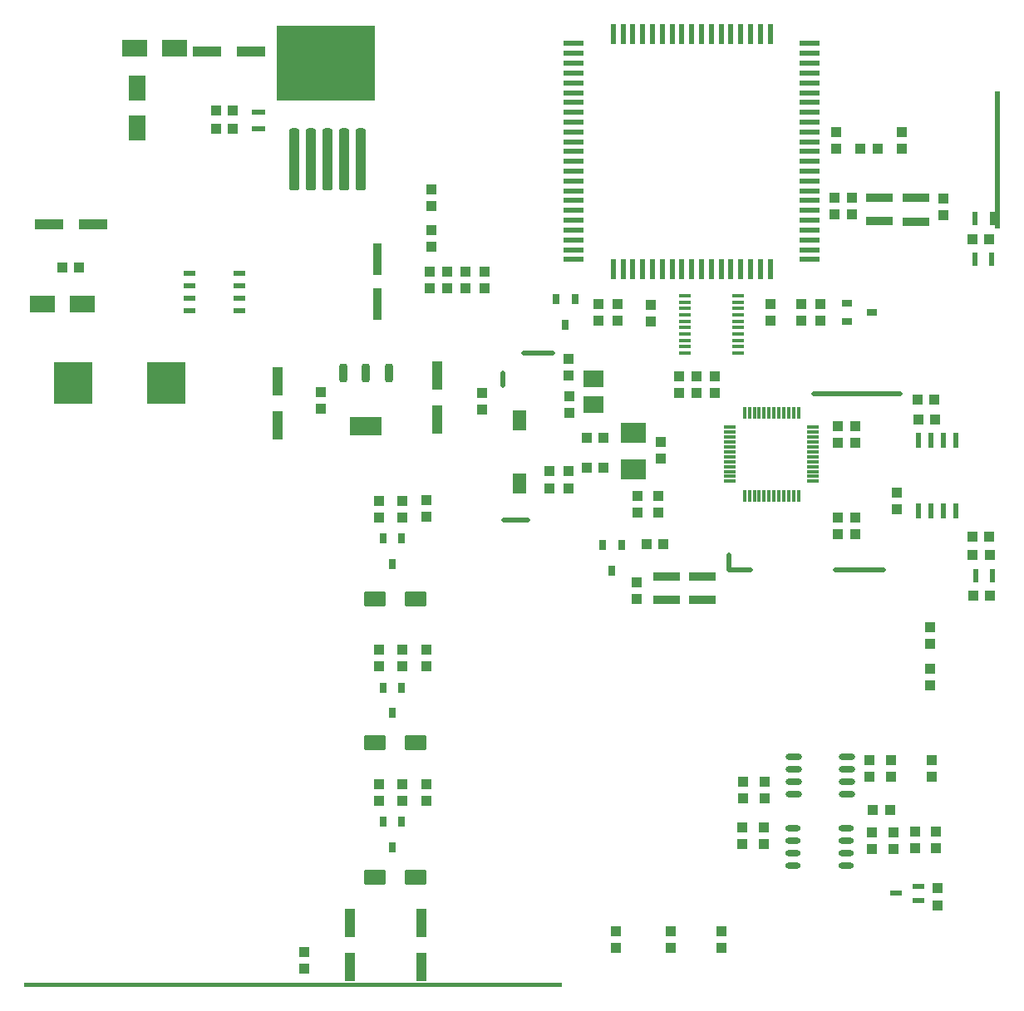
<source format=gtp>
G04*
G04 #@! TF.GenerationSoftware,Altium Limited,Altium Designer,21.0.8 (223)*
G04*
G04 Layer_Color=8421504*
%FSTAX24Y24*%
%MOIN*%
G70*
G04*
G04 #@! TF.SameCoordinates,802AE027-55FB-4EE0-B797-8BAC3B94A1FA*
G04*
G04*
G04 #@! TF.FilePolarity,Positive*
G04*
G01*
G75*
%ADD20C,0.0197*%
%ADD26O,0.0669X0.0236*%
%ADD27R,0.1181X0.0394*%
%ADD28R,0.0433X0.0394*%
%ADD29R,0.0197X0.0571*%
%ADD30R,0.0394X0.0433*%
%ADD31R,0.0984X0.0669*%
G04:AMPARAMS|DCode=32|XSize=250mil|YSize=40.2mil|CornerRadius=10mil|HoleSize=0mil|Usage=FLASHONLY|Rotation=270.000|XOffset=0mil|YOffset=0mil|HoleType=Round|Shape=RoundedRectangle|*
%AMROUNDEDRECTD32*
21,1,0.2500,0.0201,0,0,270.0*
21,1,0.2299,0.0402,0,0,270.0*
1,1,0.0201,-0.0100,-0.1150*
1,1,0.0201,-0.0100,0.1150*
1,1,0.0201,0.0100,0.1150*
1,1,0.0201,0.0100,-0.1150*
%
%ADD32ROUNDEDRECTD32*%
%ADD33R,0.3937X0.3032*%
%ADD34R,0.0354X0.1299*%
%ADD35R,0.1102X0.0374*%
%ADD36R,0.0571X0.0197*%
%ADD37R,0.0472X0.0157*%
%ADD38R,0.0787X0.0236*%
%ADD39R,0.0236X0.0787*%
%ADD40R,0.0394X0.1181*%
G04:AMPARAMS|DCode=41|XSize=31.5mil|YSize=74.8mil|CornerRadius=7.9mil|HoleSize=0mil|Usage=FLASHONLY|Rotation=180.000|XOffset=0mil|YOffset=0mil|HoleType=Round|Shape=RoundedRectangle|*
%AMROUNDEDRECTD41*
21,1,0.0315,0.0591,0,0,180.0*
21,1,0.0157,0.0748,0,0,180.0*
1,1,0.0157,-0.0079,0.0295*
1,1,0.0157,0.0079,0.0295*
1,1,0.0157,0.0079,-0.0295*
1,1,0.0157,-0.0079,-0.0295*
%
%ADD41ROUNDEDRECTD41*%
%ADD42R,0.1280X0.0748*%
%ADD43R,0.0551X0.0787*%
%ADD44R,0.0512X0.0217*%
G04:AMPARAMS|DCode=45|XSize=86.6mil|YSize=59.1mil|CornerRadius=7.4mil|HoleSize=0mil|Usage=FLASHONLY|Rotation=180.000|XOffset=0mil|YOffset=0mil|HoleType=Round|Shape=RoundedRectangle|*
%AMROUNDEDRECTD45*
21,1,0.0866,0.0443,0,0,180.0*
21,1,0.0719,0.0591,0,0,180.0*
1,1,0.0148,-0.0359,0.0221*
1,1,0.0148,0.0359,0.0221*
1,1,0.0148,0.0359,-0.0221*
1,1,0.0148,-0.0359,-0.0221*
%
%ADD45ROUNDEDRECTD45*%
%ADD46R,0.0276X0.0433*%
%ADD47R,0.0787X0.0650*%
%ADD48R,0.0236X0.0630*%
%ADD49R,0.0472X0.0118*%
%ADD50R,0.0118X0.0472*%
%ADD51R,0.1535X0.1693*%
%ADD52R,0.0669X0.0984*%
%ADD53R,0.0480X0.0236*%
%ADD54R,0.1024X0.0787*%
%ADD55R,0.0433X0.0276*%
%ADD56O,0.0610X0.0236*%
G36*
X031672Y010536D02*
X010118D01*
X010118Y010693D01*
X031672D01*
X031672Y010536D01*
D02*
G37*
G36*
X04905Y046469D02*
X049244D01*
Y040988D01*
X049244Y040988D01*
Y04098D01*
X049122Y04098D01*
Y04098D01*
X049047D01*
Y046472D01*
X04905Y046469D01*
D02*
G37*
D20*
X030135Y035968D02*
X031295D01*
X038362Y027283D02*
X039252D01*
X038362D02*
Y027874D01*
X029319Y034681D02*
Y035177D01*
X029354Y029283D02*
X030319D01*
X038361Y027874D02*
X038362Y027874D01*
X042638Y027283D02*
X044567D01*
X041783Y034327D02*
X04524D01*
D26*
X040972Y019278D02*
D03*
Y018278D02*
D03*
Y018778D02*
D03*
Y019778D02*
D03*
X043098Y018278D02*
D03*
Y018778D02*
D03*
Y019278D02*
D03*
Y019778D02*
D03*
D27*
X011102Y041126D02*
D03*
X012874D02*
D03*
X017429Y048072D02*
D03*
X0192D02*
D03*
D28*
X048819Y028587D02*
D03*
X04815D02*
D03*
X017805Y045706D02*
D03*
X018474D02*
D03*
X035756Y028291D02*
D03*
X035087D02*
D03*
X048841Y026234D02*
D03*
X048171D02*
D03*
X048154Y027854D02*
D03*
X048823D02*
D03*
X017791Y044984D02*
D03*
X018461D02*
D03*
X011626Y03939D02*
D03*
X012295D02*
D03*
X044154Y017638D02*
D03*
X044823D02*
D03*
X045965Y033307D02*
D03*
X046634D02*
D03*
X045948Y034092D02*
D03*
X046617D02*
D03*
X033346Y031354D02*
D03*
X032677D02*
D03*
X033346Y032555D02*
D03*
X032677D02*
D03*
X048815Y040551D02*
D03*
X048146D02*
D03*
X043654Y044169D02*
D03*
X044323D02*
D03*
D29*
X048281Y027044D02*
D03*
X04895D02*
D03*
X048256Y04138D02*
D03*
X048925D02*
D03*
X048921Y039748D02*
D03*
X048252D02*
D03*
D30*
X031941Y035055D02*
D03*
Y035724D02*
D03*
X031961Y033571D02*
D03*
Y03424D02*
D03*
X042591Y042193D02*
D03*
Y041524D02*
D03*
X035228Y037248D02*
D03*
Y037917D02*
D03*
X046441Y024961D02*
D03*
Y024291D02*
D03*
X026453Y042551D02*
D03*
Y041882D02*
D03*
X027071Y039244D02*
D03*
Y038575D02*
D03*
X043319Y042189D02*
D03*
Y04152D02*
D03*
X046972Y041504D02*
D03*
Y042173D02*
D03*
X045307Y044157D02*
D03*
Y044827D02*
D03*
X042685D02*
D03*
Y044157D02*
D03*
X038087Y012756D02*
D03*
Y012087D02*
D03*
X026362Y038575D02*
D03*
X026362Y039244D02*
D03*
X045118Y030374D02*
D03*
Y029705D02*
D03*
X033906Y03726D02*
D03*
Y037929D02*
D03*
X033134Y03726D02*
D03*
Y037929D02*
D03*
X021992Y033732D02*
D03*
Y034402D02*
D03*
X028465Y034358D02*
D03*
Y033689D02*
D03*
X024327Y018661D02*
D03*
Y017992D02*
D03*
X02528D02*
D03*
Y018661D02*
D03*
X026224Y018661D02*
D03*
Y017992D02*
D03*
X021327Y011256D02*
D03*
Y011925D02*
D03*
X042736Y02937D02*
D03*
Y028701D02*
D03*
X043453Y02937D02*
D03*
Y028701D02*
D03*
X024327Y030035D02*
D03*
Y029366D02*
D03*
X02528Y030035D02*
D03*
Y029366D02*
D03*
X026224Y030063D02*
D03*
Y029394D02*
D03*
Y023398D02*
D03*
Y024067D02*
D03*
X02528Y023402D02*
D03*
Y024071D02*
D03*
X024327Y023398D02*
D03*
Y024067D02*
D03*
X036366Y034382D02*
D03*
Y035051D02*
D03*
X037075Y034374D02*
D03*
Y035043D02*
D03*
X037819D02*
D03*
Y034374D02*
D03*
X035547Y030227D02*
D03*
Y029558D02*
D03*
X03472Y030227D02*
D03*
Y029558D02*
D03*
X026453Y04089D02*
D03*
Y04022D02*
D03*
X028571Y039244D02*
D03*
Y038575D02*
D03*
X027811Y039244D02*
D03*
Y038575D02*
D03*
X044882Y01898D02*
D03*
Y01965D02*
D03*
X03385Y012114D02*
D03*
Y012783D02*
D03*
X036024Y012091D02*
D03*
Y01276D02*
D03*
X039803Y01811D02*
D03*
Y01878D02*
D03*
X038945Y01878D02*
D03*
Y01811D02*
D03*
X038921Y016276D02*
D03*
Y016945D02*
D03*
X03978D02*
D03*
Y016276D02*
D03*
X046496Y019626D02*
D03*
Y018957D02*
D03*
X046689Y016756D02*
D03*
Y016087D02*
D03*
X045839Y016756D02*
D03*
Y016087D02*
D03*
X044961Y016752D02*
D03*
Y016083D02*
D03*
X044094Y016752D02*
D03*
Y016083D02*
D03*
X044016Y01965D02*
D03*
Y01898D02*
D03*
X046732Y014488D02*
D03*
Y013819D02*
D03*
X034665Y026091D02*
D03*
Y02676D02*
D03*
X042736Y032358D02*
D03*
Y033028D02*
D03*
X046441Y022642D02*
D03*
Y023311D02*
D03*
X043453Y032354D02*
D03*
Y033024D02*
D03*
X031177Y030551D02*
D03*
Y03122D02*
D03*
X031929Y030551D02*
D03*
Y03122D02*
D03*
X035626Y031748D02*
D03*
Y032417D02*
D03*
X040024Y037933D02*
D03*
Y037264D02*
D03*
X041283Y037264D02*
D03*
Y037933D02*
D03*
X042055Y037264D02*
D03*
Y037933D02*
D03*
D31*
X014554Y048189D02*
D03*
X016154D02*
D03*
X01083Y037937D02*
D03*
X01243D02*
D03*
D32*
X023618Y043748D02*
D03*
X022949D02*
D03*
X02228D02*
D03*
X02161D02*
D03*
X020941D02*
D03*
D33*
X022201Y047597D02*
D03*
D34*
X024272Y037941D02*
D03*
Y039752D02*
D03*
D35*
X044409Y042205D02*
D03*
Y04126D02*
D03*
X045874Y042197D02*
D03*
Y041252D02*
D03*
X037299Y027008D02*
D03*
Y026063D02*
D03*
X035858D02*
D03*
Y027008D02*
D03*
D36*
X0195Y045642D02*
D03*
Y044972D02*
D03*
D37*
X03662Y03827D02*
D03*
Y038014D02*
D03*
Y037758D02*
D03*
Y037502D02*
D03*
Y037246D02*
D03*
Y03699D02*
D03*
Y036734D02*
D03*
Y036478D02*
D03*
Y036222D02*
D03*
Y035967D02*
D03*
X038746Y036222D02*
D03*
Y036478D02*
D03*
Y036734D02*
D03*
Y03699D02*
D03*
Y037246D02*
D03*
Y037502D02*
D03*
Y037758D02*
D03*
Y038014D02*
D03*
Y03827D02*
D03*
Y035967D02*
D03*
D38*
X041603Y048387D02*
D03*
Y047993D02*
D03*
Y0476D02*
D03*
Y039726D02*
D03*
Y040119D02*
D03*
Y040513D02*
D03*
X032154Y039726D02*
D03*
Y040119D02*
D03*
Y040513D02*
D03*
Y047206D02*
D03*
Y048387D02*
D03*
Y047993D02*
D03*
Y0476D02*
D03*
Y043269D02*
D03*
Y043663D02*
D03*
Y044056D02*
D03*
Y04445D02*
D03*
Y044844D02*
D03*
Y045631D02*
D03*
Y046025D02*
D03*
Y046418D02*
D03*
Y046812D02*
D03*
Y045237D02*
D03*
Y042875D02*
D03*
X041603Y043269D02*
D03*
Y042481D02*
D03*
Y042088D02*
D03*
Y041694D02*
D03*
Y0413D02*
D03*
Y040907D02*
D03*
Y043663D02*
D03*
Y044056D02*
D03*
Y042875D02*
D03*
Y04445D02*
D03*
Y044844D02*
D03*
X032154Y042481D02*
D03*
Y0413D02*
D03*
Y042088D02*
D03*
Y041694D02*
D03*
Y040907D02*
D03*
X041603Y045237D02*
D03*
Y045631D02*
D03*
Y046025D02*
D03*
Y046418D02*
D03*
Y046812D02*
D03*
Y047206D02*
D03*
D39*
X033729Y048781D02*
D03*
X03806D02*
D03*
X037666D02*
D03*
X034517D02*
D03*
X03491D02*
D03*
X035304D02*
D03*
X035698D02*
D03*
X036091D02*
D03*
X036485D02*
D03*
X036879D02*
D03*
X034123D02*
D03*
X037272D02*
D03*
X038454D02*
D03*
X033729Y039332D02*
D03*
X034517D02*
D03*
X03491D02*
D03*
X035304D02*
D03*
X034123D02*
D03*
X037272D02*
D03*
X036879D02*
D03*
X036485D02*
D03*
X036091D02*
D03*
X035698D02*
D03*
X037666D02*
D03*
X038847D02*
D03*
X039241D02*
D03*
X039635D02*
D03*
X040028D02*
D03*
X03806D02*
D03*
X038454D02*
D03*
X040028Y048781D02*
D03*
X039635D02*
D03*
X039241D02*
D03*
X038847D02*
D03*
D40*
X020272Y033067D02*
D03*
Y034839D02*
D03*
X023181Y013114D02*
D03*
Y011343D02*
D03*
X026028Y013114D02*
D03*
Y011343D02*
D03*
X026673Y035075D02*
D03*
Y033303D02*
D03*
D41*
X024724Y035165D02*
D03*
X022913D02*
D03*
X023819D02*
D03*
D42*
Y033039D02*
D03*
D43*
X029957Y030736D02*
D03*
Y033256D02*
D03*
D44*
X018748Y037675D02*
D03*
Y038175D02*
D03*
Y038675D02*
D03*
X01674Y037675D02*
D03*
Y038175D02*
D03*
Y038675D02*
D03*
X018748Y039175D02*
D03*
X01674D02*
D03*
D45*
X025815Y020327D02*
D03*
X024161D02*
D03*
X025811Y026087D02*
D03*
X024157D02*
D03*
X024161Y014945D02*
D03*
X025815D02*
D03*
D46*
X025252Y022551D02*
D03*
X024504D02*
D03*
X024878Y021528D02*
D03*
Y027496D02*
D03*
X024504Y02852D02*
D03*
X025252D02*
D03*
Y017165D02*
D03*
X024504D02*
D03*
X024878Y016142D02*
D03*
X034059Y028272D02*
D03*
X033311D02*
D03*
X033685Y027248D02*
D03*
X031819Y037102D02*
D03*
X031445Y038126D02*
D03*
X032193D02*
D03*
D47*
X032945Y034929D02*
D03*
Y033906D02*
D03*
D48*
X045974Y03248D02*
D03*
X046474D02*
D03*
X046974D02*
D03*
X047474D02*
D03*
Y029646D02*
D03*
X046974D02*
D03*
X046474D02*
D03*
X045974D02*
D03*
D49*
X038406Y032988D02*
D03*
Y032791D02*
D03*
X041752Y032988D02*
D03*
Y032791D02*
D03*
Y032594D02*
D03*
Y032398D02*
D03*
Y032201D02*
D03*
Y032004D02*
D03*
Y031807D02*
D03*
Y03161D02*
D03*
Y031413D02*
D03*
Y031217D02*
D03*
Y03102D02*
D03*
Y030823D02*
D03*
X038406D02*
D03*
Y03102D02*
D03*
Y031217D02*
D03*
Y031413D02*
D03*
Y03161D02*
D03*
Y031807D02*
D03*
Y032004D02*
D03*
Y032201D02*
D03*
Y032398D02*
D03*
Y032594D02*
D03*
Y032791D02*
D03*
D50*
X041161Y033579D02*
D03*
X040965D02*
D03*
X040768D02*
D03*
X040571D02*
D03*
X040374D02*
D03*
X040177D02*
D03*
X03998D02*
D03*
X039783D02*
D03*
X039587D02*
D03*
X03939D02*
D03*
X040965Y030232D02*
D03*
X041161D02*
D03*
X040768D02*
D03*
X040571D02*
D03*
X040374D02*
D03*
X040177D02*
D03*
X03998D02*
D03*
X039783D02*
D03*
X039587D02*
D03*
X03939D02*
D03*
X039193Y033579D02*
D03*
Y030232D02*
D03*
X038996Y033579D02*
D03*
Y030232D02*
D03*
D51*
X012075Y034768D02*
D03*
X015815D02*
D03*
D52*
X01465Y0466D02*
D03*
Y045D02*
D03*
D53*
X045065Y014291D02*
D03*
X045959Y014567D02*
D03*
Y014016D02*
D03*
D54*
X034547Y031307D02*
D03*
Y032764D02*
D03*
D55*
X043098Y037972D02*
D03*
Y037224D02*
D03*
X044122Y037598D02*
D03*
D56*
X043071Y015392D02*
D03*
Y015892D02*
D03*
Y016392D02*
D03*
Y016892D02*
D03*
X040945Y015392D02*
D03*
Y015892D02*
D03*
Y016392D02*
D03*
Y016892D02*
D03*
M02*

</source>
